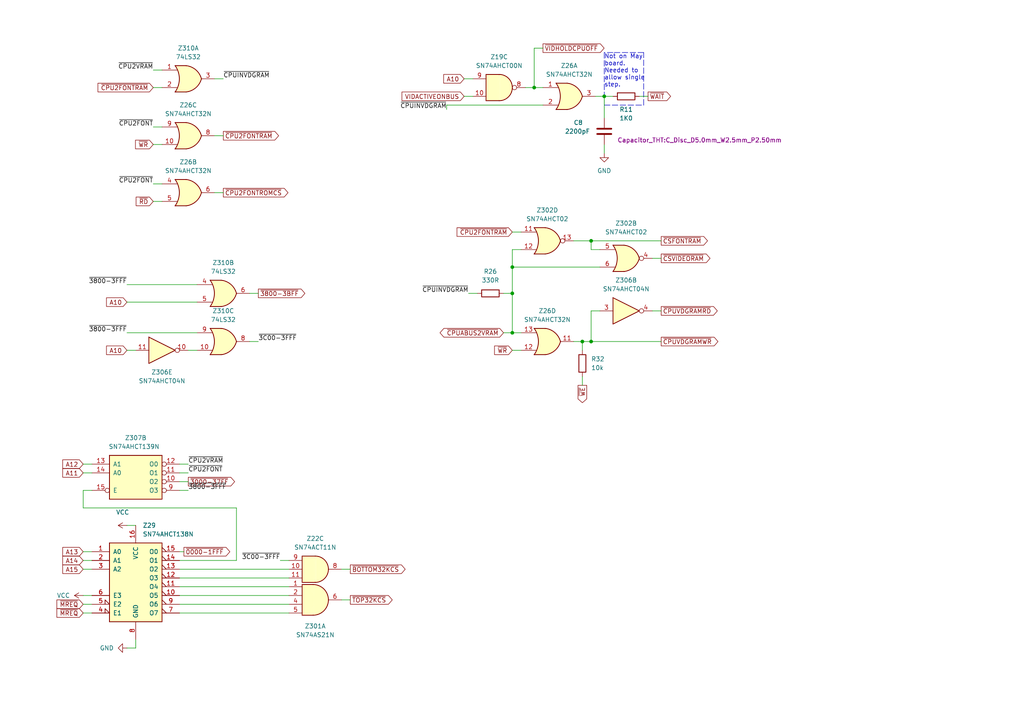
<source format=kicad_sch>
(kicad_sch (version 20211123) (generator eeschema)
  (paper "A4")
  (title_block (title "JupiterAce Z80 plus KIO and new memory format.") (date "2020-05-12") (rev "${REVNUM}") (company "Ontobus") (comment 1 "John Bradley") (comment 2 "https://creativecommons.org/licenses/by-nc-sa/4.0/") (comment 3 "Attribution-NonCommercial-ShareAlike 4.0 International License.") (comment 4 "This work is licensed under a Creative Commons "))
  (lib_symbols
    (symbol "74xx-FIX:74LS21" (pin_names (offset 1.016))
      (property "Reference" "U" (at 0 1.27 0))
      (property "Value" "74LS21" (at 0 -1.27 0))
      (symbol "74LS21_1_0"
        (pin no_connect line (at 2.54 -2.54 180) (length 2.54) hide (name "") (number "11"))
        (pin no_connect line (at 2.54 -1.27 180) (length 2.54) hide (name "") (number "3"))
      )
      (symbol "74LS21_1_1"
        (pin input line (at -7.62 3.81 0) (length 3.81) (name "~") (number "1"))
        (pin input line (at -7.62 1.27 0) (length 3.81) (name "~") (number "2"))
        (pin input line (at -7.62 -1.27 0) (length 3.81) (name "~") (number "4"))
        (pin input line (at -7.62 -3.81 0) (length 3.81) (name "~") (number "5"))
        (pin output line (at 7.62 0 180) (length 3.81) (name "~") (number "6"))
      )
      (symbol "74LS21_1_2"
        (pin input inverted (at -7.62 3.81 0) (length 3.81) (name "~") (number "1"))
        (pin input inverted (at -7.62 1.27 0) (length 4.826) (name "~") (number "2"))
        (pin input inverted (at -7.62 -1.27 0) (length 4.826) (name "~") (number "4"))
        (pin input inverted (at -7.62 -3.81 0) (length 3.81) (name "~") (number "5"))
        (pin output inverted (at 7.62 0 180) (length 3.81) (name "~") (number "6"))
      )
      (symbol "74LS21_2_1"
        (pin input line (at -7.62 1.27 0) (length 3.81) (name "~") (number "10"))
        (pin input line (at -7.62 -1.27 0) (length 3.81) (name "~") (number "12"))
        (pin input line (at -7.62 -3.81 0) (length 3.81) (name "~") (number "13"))
        (pin output line (at 7.62 0 180) (length 3.81) (name "~") (number "8"))
        (pin input line (at -7.62 3.81 0) (length 3.81) (name "~") (number "9"))
      )
      (symbol "74LS21_2_2"
        (pin input inverted (at -7.62 1.27 0) (length 4.826) (name "~") (number "10"))
        (pin input inverted (at -7.62 -1.27 0) (length 4.826) (name "~") (number "12"))
        (pin input inverted (at -7.62 -3.81 0) (length 3.81) (name "~") (number "13"))
        (pin output inverted (at 7.62 0 180) (length 3.81) (name "~") (number "8"))
        (pin input inverted (at -7.62 3.81 0) (length 3.81) (name "~") (number "9"))
      )
      (symbol "74LS21_3_0"
        (pin power_in line (at 0 12.7 270) (length 5.08) (name "VCC") (number "14"))
        (pin power_in line (at 0 -12.7 90) (length 5.08) (name "GND") (number "7"))
      )
    )
    (symbol "74xx:74LS00" (pin_names (offset 1.016))
      (property "Reference" "U" (at 0 1.27 0))
      (property "Value" "74LS00" (at 0 -1.27 0))
      (symbol "74LS00_1_1"
        (pin input line (at -7.62 2.54 0) (length 3.81) (name "~") (number "1"))
        (pin input line (at -7.62 -2.54 0) (length 3.81) (name "~") (number "2"))
        (pin output inverted (at 7.62 0 180) (length 3.81) (name "~") (number "3"))
      )
      (symbol "74LS00_1_2"
        (pin input inverted (at -7.62 2.54 0) (length 4.318) (name "~") (number "1"))
        (pin input inverted (at -7.62 -2.54 0) (length 4.318) (name "~") (number "2"))
        (pin output line (at 7.62 0 180) (length 3.81) (name "~") (number "3"))
      )
      (symbol "74LS00_2_1"
        (pin input line (at -7.62 2.54 0) (length 3.81) (name "~") (number "4"))
        (pin input line (at -7.62 -2.54 0) (length 3.81) (name "~") (number "5"))
        (pin output inverted (at 7.62 0 180) (length 3.81) (name "~") (number "6"))
      )
      (symbol "74LS00_2_2"
        (pin input inverted (at -7.62 2.54 0) (length 4.318) (name "~") (number "4"))
        (pin input inverted (at -7.62 -2.54 0) (length 4.318) (name "~") (number "5"))
        (pin output line (at 7.62 0 180) (length 3.81) (name "~") (number "6"))
      )
      (symbol "74LS00_3_1"
        (pin input line (at -7.62 -2.54 0) (length 3.81) (name "~") (number "10"))
        (pin output inverted (at 7.62 0 180) (length 3.81) (name "~") (number "8"))
        (pin input line (at -7.62 2.54 0) (length 3.81) (name "~") (number "9"))
      )
      (symbol "74LS00_3_2"
        (pin input inverted (at -7.62 -2.54 0) (length 4.318) (name "~") (number "10"))
        (pin output line (at 7.62 0 180) (length 3.81) (name "~") (number "8"))
        (pin input inverted (at -7.62 2.54 0) (length 4.318) (name "~") (number "9"))
      )
      (symbol "74LS00_4_1"
        (pin output inverted (at 7.62 0 180) (length 3.81) (name "~") (number "11"))
        (pin input line (at -7.62 2.54 0) (length 3.81) (name "~") (number "12"))
        (pin input line (at -7.62 -2.54 0) (length 3.81) (name "~") (number "13"))
      )
      (symbol "74LS00_4_2"
        (pin output line (at 7.62 0 180) (length 3.81) (name "~") (number "11"))
        (pin input inverted (at -7.62 2.54 0) (length 4.318) (name "~") (number "12"))
        (pin input inverted (at -7.62 -2.54 0) (length 4.318) (name "~") (number "13"))
      )
      (symbol "74LS00_5_0"
        (pin power_in line (at 0 12.7 270) (length 5.08) (name "VCC") (number "14"))
        (pin power_in line (at 0 -12.7 90) (length 5.08) (name "GND") (number "7"))
      )
    )
    (symbol "74xx:74LS02" (pin_names (offset 1.016))
      (property "Reference" "U" (at 0 1.27 0))
      (property "Value" "74LS02" (at 0 -1.27 0))
      (symbol "74LS02_1_1"
        (pin output inverted (at 7.62 0 180) (length 3.81) (name "~") (number "1"))
        (pin input line (at -7.62 2.54 0) (length 4.318) (name "~") (number "2"))
        (pin input line (at -7.62 -2.54 0) (length 4.318) (name "~") (number "3"))
      )
      (symbol "74LS02_1_2"
        (pin output line (at 7.62 0 180) (length 3.81) (name "~") (number "1"))
        (pin input inverted (at -7.62 2.54 0) (length 3.81) (name "~") (number "2"))
        (pin input inverted (at -7.62 -2.54 0) (length 3.81) (name "~") (number "3"))
      )
      (symbol "74LS02_2_1"
        (pin output inverted (at 7.62 0 180) (length 3.81) (name "~") (number "4"))
        (pin input line (at -7.62 2.54 0) (length 4.318) (name "~") (number "5"))
        (pin input line (at -7.62 -2.54 0) (length 4.318) (name "~") (number "6"))
      )
      (symbol "74LS02_2_2"
        (pin output line (at 7.62 0 180) (length 3.81) (name "~") (number "4"))
        (pin input inverted (at -7.62 2.54 0) (length 3.81) (name "~") (number "5"))
        (pin input inverted (at -7.62 -2.54 0) (length 3.81) (name "~") (number "6"))
      )
      (symbol "74LS02_3_1"
        (pin output inverted (at 7.62 0 180) (length 3.81) (name "~") (number "10"))
        (pin input line (at -7.62 2.54 0) (length 4.318) (name "~") (number "8"))
        (pin input line (at -7.62 -2.54 0) (length 4.318) (name "~") (number "9"))
      )
      (symbol "74LS02_3_2"
        (pin output line (at 7.62 0 180) (length 3.81) (name "~") (number "10"))
        (pin input inverted (at -7.62 2.54 0) (length 3.81) (name "~") (number "8"))
        (pin input inverted (at -7.62 -2.54 0) (length 3.81) (name "~") (number "9"))
      )
      (symbol "74LS02_4_1"
        (pin input line (at -7.62 2.54 0) (length 4.318) (name "~") (number "11"))
        (pin input line (at -7.62 -2.54 0) (length 4.318) (name "~") (number "12"))
        (pin output inverted (at 7.62 0 180) (length 3.81) (name "~") (number "13"))
      )
      (symbol "74LS02_4_2"
        (pin input inverted (at -7.62 2.54 0) (length 3.81) (name "~") (number "11"))
        (pin input inverted (at -7.62 -2.54 0) (length 3.81) (name "~") (number "12"))
        (pin output line (at 7.62 0 180) (length 3.81) (name "~") (number "13"))
      )
      (symbol "74LS02_5_0"
        (pin power_in line (at 0 12.7 270) (length 5.08) (name "VCC") (number "14"))
        (pin power_in line (at 0 -12.7 90) (length 5.08) (name "GND") (number "7"))
      )
    )
    (symbol "74xx:74LS04"
      (property "Reference" "U" (at 0 1.27 0))
      (property "Value" "74LS04" (at 0 -1.27 0))
      (symbol "74LS04_1_0"
        (pin input line (at -7.62 0 0) (length 3.81) (name "~") (number "1"))
        (pin output inverted (at 7.62 0 180) (length 3.81) (name "~") (number "2"))
      )
      (symbol "74LS04_2_0"
        (pin input line (at -7.62 0 0) (length 3.81) (name "~") (number "3"))
        (pin output inverted (at 7.62 0 180) (length 3.81) (name "~") (number "4"))
      )
      (symbol "74LS04_3_0"
        (pin input line (at -7.62 0 0) (length 3.81) (name "~") (number "5"))
        (pin output inverted (at 7.62 0 180) (length 3.81) (name "~") (number "6"))
      )
      (symbol "74LS04_4_0"
        (pin output inverted (at 7.62 0 180) (length 3.81) (name "~") (number "8"))
        (pin input line (at -7.62 0 0) (length 3.81) (name "~") (number "9"))
      )
      (symbol "74LS04_5_0"
        (pin output inverted (at 7.62 0 180) (length 3.81) (name "~") (number "10"))
        (pin input line (at -7.62 0 0) (length 3.81) (name "~") (number "11"))
      )
      (symbol "74LS04_6_0"
        (pin output inverted (at 7.62 0 180) (length 3.81) (name "~") (number "12"))
        (pin input line (at -7.62 0 0) (length 3.81) (name "~") (number "13"))
      )
      (symbol "74LS04_7_0"
        (pin power_in line (at 0 12.7 270) (length 5.08) (name "VCC") (number "14"))
        (pin power_in line (at 0 -12.7 90) (length 5.08) (name "GND") (number "7"))
      )
    )
    (symbol "74xx:74LS11" (pin_names (offset 1.016))
      (property "Reference" "U" (at 0 1.27 0))
      (property "Value" "74LS11" (at 0 -1.27 0))
      (symbol "74LS11_1_1"
        (pin input line (at -7.62 2.54 0) (length 3.81) (name "~") (number "1"))
        (pin output line (at 7.62 0 180) (length 3.81) (name "~") (number "12"))
        (pin input line (at -7.62 -2.54 0) (length 3.81) (name "~") (number "13"))
        (pin input line (at -7.62 0 0) (length 3.81) (name "~") (number "2"))
      )
      (symbol "74LS11_1_2"
        (pin input inverted (at -7.62 2.54 0) (length 4.318) (name "~") (number "1"))
        (pin output inverted (at 7.62 0 180) (length 3.81) (name "~") (number "12"))
        (pin input inverted (at -7.62 -2.54 0) (length 4.318) (name "~") (number "13"))
        (pin input inverted (at -7.62 0 0) (length 4.953) (name "~") (number "2"))
      )
      (symbol "74LS11_2_1"
        (pin input line (at -7.62 2.54 0) (length 3.81) (name "~") (number "3"))
        (pin input line (at -7.62 0 0) (length 3.81) (name "~") (number "4"))
        (pin input line (at -7.62 -2.54 0) (length 3.81) (name "~") (number "5"))
        (pin output line (at 7.62 0 180) (length 3.81) (name "~") (number "6"))
      )
      (symbol "74LS11_2_2"
        (pin input inverted (at -7.62 2.54 0) (length 4.318) (name "~") (number "3"))
        (pin input inverted (at -7.62 0 0) (length 4.953) (name "~") (number "4"))
        (pin input inverted (at -7.62 -2.54 0) (length 4.318) (name "~") (number "5"))
        (pin output inverted (at 7.62 0 180) (length 3.81) (name "~") (number "6"))
      )
      (symbol "74LS11_3_1"
        (pin input line (at -7.62 0 0) (length 3.81) (name "~") (number "10"))
        (pin input line (at -7.62 -2.54 0) (length 3.81) (name "~") (number "11"))
        (pin output line (at 7.62 0 180) (length 3.81) (name "~") (number "8"))
        (pin input line (at -7.62 2.54 0) (length 3.81) (name "~") (number "9"))
      )
      (symbol "74LS11_3_2"
        (pin input inverted (at -7.62 0 0) (length 4.953) (name "~") (number "10"))
        (pin input inverted (at -7.62 -2.54 0) (length 4.318) (name "~") (number "11"))
        (pin output inverted (at 7.62 0 180) (length 3.81) (name "~") (number "8"))
        (pin input inverted (at -7.62 2.54 0) (length 4.318) (name "~") (number "9"))
      )
      (symbol "74LS11_4_0"
        (pin power_in line (at 0 12.7 270) (length 5.08) (name "VCC") (number "14"))
        (pin power_in line (at 0 -12.7 90) (length 5.08) (name "GND") (number "7"))
      )
    )
    (symbol "74xx:74LS138" (pin_names (offset 1.016))
      (property "Reference" "U" (at -7.62 11.43 0))
      (property "Value" "74LS138" (at -7.62 -13.97 0))
      (symbol "74LS138_1_0"
        (pin input line (at -12.7 7.62 0) (length 5.08) (name "A0") (number "1"))
        (pin output output_low (at 12.7 -5.08 180) (length 5.08) (name "O5") (number "10"))
        (pin output output_low (at 12.7 -2.54 180) (length 5.08) (name "O4") (number "11"))
        (pin output output_low (at 12.7 0 180) (length 5.08) (name "O3") (number "12"))
        (pin output output_low (at 12.7 2.54 180) (length 5.08) (name "O2") (number "13"))
        (pin output output_low (at 12.7 5.08 180) (length 5.08) (name "O1") (number "14"))
        (pin output output_low (at 12.7 7.62 180) (length 5.08) (name "O0") (number "15"))
        (pin power_in line (at 0 15.24 270) (length 5.08) (name "VCC") (number "16"))
        (pin input line (at -12.7 5.08 0) (length 5.08) (name "A1") (number "2"))
        (pin input line (at -12.7 2.54 0) (length 5.08) (name "A2") (number "3"))
        (pin input input_low (at -12.7 -10.16 0) (length 5.08) (name "E1") (number "4"))
        (pin input input_low (at -12.7 -7.62 0) (length 5.08) (name "E2") (number "5"))
        (pin input line (at -12.7 -5.08 0) (length 5.08) (name "E3") (number "6"))
        (pin output output_low (at 12.7 -10.16 180) (length 5.08) (name "O7") (number "7"))
        (pin power_in line (at 0 -17.78 90) (length 5.08) (name "GND") (number "8"))
        (pin output output_low (at 12.7 -7.62 180) (length 5.08) (name "O6") (number "9"))
      )
    )
    (symbol "74xx:74LS139" (pin_names (offset 1.016))
      (property "Reference" "U" (at -7.62 8.89 0))
      (property "Value" "74LS139" (at -7.62 -8.89 0))
      (symbol "74LS139_1_0"
        (pin input inverted (at -12.7 -5.08 0) (length 5.08) (name "E") (number "1"))
        (pin input line (at -12.7 0 0) (length 5.08) (name "A0") (number "2"))
        (pin input line (at -12.7 2.54 0) (length 5.08) (name "A1") (number "3"))
        (pin output inverted (at 12.7 2.54 180) (length 5.08) (name "O0") (number "4"))
        (pin output inverted (at 12.7 0 180) (length 5.08) (name "O1") (number "5"))
        (pin output inverted (at 12.7 -2.54 180) (length 5.08) (name "O2") (number "6"))
        (pin output inverted (at 12.7 -5.08 180) (length 5.08) (name "O3") (number "7"))
      )
      (symbol "74LS139_2_0"
        (pin output inverted (at 12.7 -2.54 180) (length 5.08) (name "O2") (number "10"))
        (pin output inverted (at 12.7 0 180) (length 5.08) (name "O1") (number "11"))
        (pin output inverted (at 12.7 2.54 180) (length 5.08) (name "O0") (number "12"))
        (pin input line (at -12.7 2.54 0) (length 5.08) (name "A1") (number "13"))
        (pin input line (at -12.7 0 0) (length 5.08) (name "A0") (number "14"))
        (pin input inverted (at -12.7 -5.08 0) (length 5.08) (name "E") (number "15"))
        (pin output inverted (at 12.7 -5.08 180) (length 5.08) (name "O3") (number "9"))
      )
      (symbol "74LS139_3_0"
        (pin power_in line (at 0 12.7 270) (length 5.08) (name "VCC") (number "16"))
        (pin power_in line (at 0 -12.7 90) (length 5.08) (name "GND") (number "8"))
      )
    )
    (symbol "74xx:74LS32" (pin_names (offset 1.016))
      (property "Reference" "U" (at 0 1.27 0))
      (property "Value" "74LS32" (at 0 -1.27 0))
      (symbol "74LS32_1_1"
        (pin input line (at -7.62 2.54 0) (length 4.318) (name "~") (number "1"))
        (pin input line (at -7.62 -2.54 0) (length 4.318) (name "~") (number "2"))
        (pin output line (at 7.62 0 180) (length 3.81) (name "~") (number "3"))
      )
      (symbol "74LS32_1_2"
        (pin input inverted (at -7.62 2.54 0) (length 3.81) (name "~") (number "1"))
        (pin input inverted (at -7.62 -2.54 0) (length 3.81) (name "~") (number "2"))
        (pin output inverted (at 7.62 0 180) (length 3.81) (name "~") (number "3"))
      )
      (symbol "74LS32_2_1"
        (pin input line (at -7.62 2.54 0) (length 4.318) (name "~") (number "4"))
        (pin input line (at -7.62 -2.54 0) (length 4.318) (name "~") (number "5"))
        (pin output line (at 7.62 0 180) (length 3.81) (name "~") (number "6"))
      )
      (symbol "74LS32_2_2"
        (pin input inverted (at -7.62 2.54 0) (length 3.81) (name "~") (number "4"))
        (pin input inverted (at -7.62 -2.54 0) (length 3.81) (name "~") (number "5"))
        (pin output inverted (at 7.62 0 180) (length 3.81) (name "~") (number "6"))
      )
      (symbol "74LS32_3_1"
        (pin input line (at -7.62 -2.54 0) (length 4.318) (name "~") (number "10"))
        (pin output line (at 7.62 0 180) (length 3.81) (name "~") (number "8"))
        (pin input line (at -7.62 2.54 0) (length 4.318) (name "~") (number "9"))
      )
      (symbol "74LS32_3_2"
        (pin input inverted (at -7.62 -2.54 0) (length 3.81) (name "~") (number "10"))
        (pin output inverted (at 7.62 0 180) (length 3.81) (name "~") (number "8"))
        (pin input inverted (at -7.62 2.54 0) (length 3.81) (name "~") (number "9"))
      )
      (symbol "74LS32_4_1"
        (pin output line (at 7.62 0 180) (length 3.81) (name "~") (number "11"))
        (pin input line (at -7.62 2.54 0) (length 4.318) (name "~") (number "12"))
        (pin input line (at -7.62 -2.54 0) (length 4.318) (name "~") (number "13"))
      )
      (symbol "74LS32_4_2"
        (pin output inverted (at 7.62 0 180) (length 3.81) (name "~") (number "11"))
        (pin input inverted (at -7.62 2.54 0) (length 3.81) (name "~") (number "12"))
        (pin input inverted (at -7.62 -2.54 0) (length 3.81) (name "~") (number "13"))
      )
      (symbol "74LS32_5_0"
        (pin power_in line (at 0 12.7 270) (length 5.08) (name "VCC") (number "14"))
        (pin power_in line (at 0 -12.7 90) (length 5.08) (name "GND") (number "7"))
      )
    )
    (symbol "Device:C" (pin_numbers hide) (pin_names (offset 0.254))
      (property "Reference" "C" (at 0.635 2.54 0))
      (property "Value" "C" (at 0.635 -2.54 0))
      (symbol "C_1_1"
        (pin passive line (at 0 3.81 270) (length 2.794) (name "~") (number "1"))
        (pin passive line (at 0 -3.81 90) (length 2.794) (name "~") (number "2"))
      )
    )
    (symbol "Device:R" (pin_numbers hide) (pin_names (offset 0))
      (property "Reference" "R" (at 2.032 0 90))
      (property "Value" "R" (at 0 0 90))
      (symbol "R_1_1"
        (pin passive line (at 0 3.81 270) (length 1.27) (name "~") (number "1"))
        (pin passive line (at 0 -3.81 90) (length 1.27) (name "~") (number "2"))
      )
    )
    (symbol "power:GND" (power) (pin_names (offset 0))
      (property "Value" "GND" (at 0 -3.81 0))
      (symbol "GND_1_1"
        (pin power_in line (at 0 0 270) (length 0) hide (name "GND") (number "1"))
      )
    )
    (symbol "power:VCC" (power) (pin_names (offset 0))
      (property "Value" "VCC" (at 0 3.81 0))
      (symbol "VCC_1_1"
        (pin power_in line (at 0 0 90) (length 0) hide (name "VCC") (number "1"))
      )
    )
  )
  (junction (at 148.59 96.52))
  (junction (at 168.91 99.06))
  (junction (at 154.94 25.4))
  (junction (at 148.59 77.47))
  (junction (at 148.59 85.09))
  (junction (at 171.45 69.85))
  (junction (at 175.26 27.94))
  (junction (at 171.45 99.06))
  (wire (pts (xy 148.59 77.47) (xy 148.59 85.09)))
  (polyline (pts (xy 186.69 15.24) (xy 177.8 15.24)))
  (wire (pts (xy 146.05 85.09) (xy 148.59 85.09)))
  (wire (pts (xy 52.07 139.7) (xy 54.61 139.7)))
  (wire (pts (xy 24.13 142.24) (xy 26.67 142.24)))
  (wire (pts (xy 62.23 39.37) (xy 64.77 39.37)))
  (wire (pts (xy 24.13 175.26) (xy 26.67 175.26)))
  (wire (pts (xy 36.83 87.63) (xy 57.15 87.63)))
  (polyline (pts (xy 186.69 30.48) (xy 186.69 15.24)))
  (wire (pts (xy 175.26 27.94) (xy 177.8 27.94)))
  (wire (pts (xy 46.99 20.32) (xy 44.45 20.32)))
  (wire (pts (xy 189.23 74.93) (xy 191.77 74.93)))
  (wire (pts (xy 168.91 99.06) (xy 168.91 101.6)))
  (wire (pts (xy 52.07 175.26) (xy 83.82 175.26)))
  (wire (pts (xy 62.23 55.88) (xy 64.77 55.88)))
  (wire (pts (xy 52.07 167.64) (xy 83.82 167.64)))
  (wire (pts (xy 171.45 72.39) (xy 173.99 72.39)))
  (wire (pts (xy 52.07 165.1) (xy 83.82 165.1)))
  (wire (pts (xy 52.07 137.16) (xy 54.61 137.16)))
  (wire (pts (xy 148.59 96.52) (xy 151.13 96.52)))
  (wire (pts (xy 148.59 77.47) (xy 173.99 77.47)))
  (wire (pts (xy 129.54 30.48) (xy 157.48 30.48)))
  (wire (pts (xy 137.16 27.94) (xy 134.62 27.94)))
  (wire (pts (xy 36.83 96.52) (xy 57.15 96.52)))
  (wire (pts (xy 135.89 85.09) (xy 138.43 85.09)))
  (wire (pts (xy 171.45 69.85) (xy 191.77 69.85)))
  (wire (pts (xy 171.45 99.06) (xy 191.77 99.06)))
  (wire (pts (xy 168.91 109.22) (xy 168.91 111.76)))
  (wire (pts (xy 168.91 99.06) (xy 171.45 99.06)))
  (wire (pts (xy 99.06 165.1) (xy 101.6 165.1)))
  (wire (pts (xy 171.45 90.17) (xy 173.99 90.17)))
  (wire (pts (xy 154.94 13.97) (xy 157.48 13.97)))
  (wire (pts (xy 152.4 25.4) (xy 154.94 25.4)))
  (wire (pts (xy 39.37 101.6) (xy 36.83 101.6)))
  (wire (pts (xy 52.07 134.62) (xy 54.61 134.62)))
  (wire (pts (xy 171.45 99.06) (xy 171.45 90.17)))
  (wire (pts (xy 39.37 187.96) (xy 36.83 187.96)))
  (wire (pts (xy 26.67 137.16) (xy 24.13 137.16)))
  (wire (pts (xy 52.07 142.24) (xy 54.61 142.24)))
  (wire (pts (xy 52.07 177.8) (xy 83.82 177.8)))
  (wire (pts (xy 26.67 134.62) (xy 24.13 134.62)))
  (wire (pts (xy 36.83 82.55) (xy 57.15 82.55)))
  (polyline (pts (xy 175.26 15.24) (xy 175.26 30.48)))
  (wire (pts (xy 166.37 69.85) (xy 171.45 69.85)))
  (wire (pts (xy 148.59 72.39) (xy 148.59 77.47)))
  (wire (pts (xy 46.99 58.42) (xy 44.45 58.42)))
  (wire (pts (xy 171.45 69.85) (xy 171.45 72.39)))
  (wire (pts (xy 36.83 152.4) (xy 39.37 152.4)))
  (wire (pts (xy 166.37 99.06) (xy 168.91 99.06)))
  (wire (pts (xy 137.16 22.86) (xy 134.62 22.86)))
  (wire (pts (xy 24.13 165.1) (xy 26.67 165.1)))
  (wire (pts (xy 185.42 27.94) (xy 187.96 27.94)))
  (wire (pts (xy 64.77 22.86) (xy 62.23 22.86)))
  (polyline (pts (xy 177.8 15.24) (xy 175.26 15.24)))
  (wire (pts (xy 148.59 96.52) (xy 146.05 96.52)))
  (wire (pts (xy 175.26 34.29) (xy 175.26 27.94)))
  (wire (pts (xy 129.54 30.48) (xy 129.54 31.75)))
  (wire (pts (xy 72.39 99.06) (xy 74.93 99.06)))
  (wire (pts (xy 148.59 72.39) (xy 151.13 72.39)))
  (wire (pts (xy 39.37 185.42) (xy 39.37 187.96)))
  (wire (pts (xy 151.13 101.6) (xy 148.59 101.6)))
  (wire (pts (xy 172.72 27.94) (xy 175.26 27.94)))
  (wire (pts (xy 72.39 85.09) (xy 74.93 85.09)))
  (wire (pts (xy 52.07 162.56) (xy 68.58 162.56)))
  (wire (pts (xy 46.99 36.83) (xy 44.45 36.83)))
  (wire (pts (xy 46.99 41.91) (xy 44.45 41.91)))
  (polyline (pts (xy 175.26 30.48) (xy 186.69 30.48)))
  (wire (pts (xy 148.59 67.31) (xy 151.13 67.31)))
  (wire (pts (xy 24.13 177.8) (xy 26.67 177.8)))
  (wire (pts (xy 24.13 160.02) (xy 26.67 160.02)))
  (wire (pts (xy 154.94 13.97) (xy 154.94 25.4)))
  (wire (pts (xy 68.58 147.32) (xy 68.58 162.56)))
  (wire (pts (xy 189.23 90.17) (xy 191.77 90.17)))
  (wire (pts (xy 54.61 101.6) (xy 57.15 101.6)))
  (wire (pts (xy 175.26 44.45) (xy 175.26 41.91)))
  (wire (pts (xy 52.07 160.02) (xy 53.34 160.02)))
  (wire (pts (xy 68.58 147.32) (xy 24.13 147.32)))
  (wire (pts (xy 99.06 173.99) (xy 101.6 173.99)))
  (wire (pts (xy 24.13 172.72) (xy 26.67 172.72)))
  (wire (pts (xy 81.28 162.56) (xy 83.82 162.56)))
  (wire (pts (xy 154.94 25.4) (xy 157.48 25.4)))
  (wire (pts (xy 52.07 172.72) (xy 83.82 172.72)))
  (wire (pts (xy 24.13 142.24) (xy 24.13 147.32)))
  (wire (pts (xy 44.45 25.4) (xy 46.99 25.4)))
  (wire (pts (xy 24.13 162.56) (xy 26.67 162.56)))
  (wire (pts (xy 148.59 85.09) (xy 148.59 96.52)))
  (wire (pts (xy 52.07 170.18) (xy 83.82 170.18)))
  (wire (pts (xy 46.99 53.34) (xy 44.45 53.34)))
  (text "Not on May\nboard.\nNeeded to \nallow single \nstep." (at 175.26 25.4 0) (effects (font (size 1.27 1.27)) (justify left bottom)))
  (label "~{CPUINVDGRAM}" (at 64.77 22.86 0))
  (label "~{CPU2FONT}" (at 44.45 53.34 0))
  (label "~{CPU2VRAM}" (at 44.45 20.32 0))
  (label "~{3C00-3FFF}" (at 74.93 99.06 0))
  (label "~{3C00-3FFF}" (at 81.28 162.56 0))
  (label "~{3800-3FFF}" (at 54.61 142.24 0))
  (label "~{CPUINVDGRAM}" (at 135.89 85.09 0))
  (label "~{CPU2FONT}" (at 44.45 36.83 180))
  (label "~{CPU2VRAM}" (at 54.61 134.62 0))
  (label "~{CPUINVDGRAM}" (at 129.54 31.75 0))
  (label "~{CPU2FONT}" (at 54.61 137.16 0))
  (label "~{3800-3FFF}" (at 36.83 96.52 180))
  (label "~{3800-3FFF}" (at 36.83 82.55 180))
  (global_label "~{CPU2FONTRAM}" (shape input) (at 44.45 25.4 180) (property "Intersheet References" "${INTERSHEET_REFS}" (at 28.5187 25.3206 0) (effects (justify right))))
  (global_label "~{MREQ}" (shape input) (at 24.13 177.8 180) (property "Intersheet References" "${INTERSHEET_REFS}" (at 16.6048 177.7206 0) (effects (justify right))))
  (global_label "A10" (shape input) (at 36.83 101.6 180) (property "Intersheet References" "${INTERSHEET_REFS}" (at 30.9982 101.5206 0) (effects (justify right))))
  (global_label "A12" (shape input) (at 24.13 134.62 180) (property "Intersheet References" "${INTERSHEET_REFS}" (at 18.2982 134.5406 0) (effects (justify right))))
  (global_label "~{WR}" (shape input) (at 148.59 101.6 180) (property "Intersheet References" "${INTERSHEET_REFS}" (at 143.5444 101.5206 0) (effects (justify right))))
  (global_label "~{MREQ}" (shape input) (at 24.13 175.26 180) (property "Intersheet References" "${INTERSHEET_REFS}" (at 16.6048 175.1806 0) (effects (justify right))))
  (global_label "A10" (shape input) (at 36.83 87.63 180) (property "Intersheet References" "${INTERSHEET_REFS}" (at 30.9982 87.5506 0) (effects (justify right))))
  (global_label "~{3800-3BFF}" (shape output) (at 74.93 85.09 0) (property "Intersheet References" "${INTERSHEET_REFS}" (at 88.3213 85.0106 0) (effects (justify left))))
  (global_label "~{CPU2FONTRAM}" (shape input) (at 148.59 67.31 180) (property "Intersheet References" "${INTERSHEET_REFS}" (at 132.6587 67.2306 0) (effects (justify right))))
  (global_label "~{WAIT}" (shape output) (at 187.96 27.94 0) (property "Intersheet References" "${INTERSHEET_REFS}" (at 194.3966 27.8606 0) (effects (justify left))))
  (global_label "~{CPUVDGRAMWR}" (shape output) (at 191.77 99.06 0) (property "Intersheet References" "${INTERSHEET_REFS}" (at 208.1247 98.9806 0) (effects (justify left))))
  (global_label "~{RD}" (shape input) (at 44.45 58.42 180) (property "Intersheet References" "${INTERSHEET_REFS}" (at 39.5858 58.3406 0) (effects (justify right))))
  (global_label "~{CSFONTRAM}" (shape output) (at 191.77 69.85 0) (property "Intersheet References" "${INTERSHEET_REFS}" (at 205.1009 69.7706 0) (effects (justify left))))
  (global_label "~{3000-37FF}" (shape output) (at 54.61 139.7 0) (property "Intersheet References" "${INTERSHEET_REFS}" (at 67.9409 139.6206 0) (effects (justify left))))
  (global_label "A11" (shape input) (at 24.13 137.16 180) (property "Intersheet References" "${INTERSHEET_REFS}" (at 18.2982 137.0806 0) (effects (justify right))))
  (global_label "~{BOTTOM32KCS}" (shape output) (at 101.6 165.1 0) (property "Intersheet References" "${INTERSHEET_REFS}" (at 117.4104 165.0206 0) (effects (justify left))))
  (global_label "~{CPUABUS2VRAM}" (shape bidirectional) (at 146.05 96.52 180) (property "Intersheet References" "${INTERSHEET_REFS}" (at 128.8487 96.4406 0) (effects (justify right))))
  (global_label "VIDACTIVEONBUS" (shape input) (at 134.62 27.94 180) (property "Intersheet References" "${INTERSHEET_REFS}" (at 116.6929 27.8606 0) (effects (justify right))))
  (global_label "~{CPUVDGRAMRD}" (shape output) (at 191.77 90.17 0) (property "Intersheet References" "${INTERSHEET_REFS}" (at 207.9432 90.0906 0) (effects (justify left))))
  (global_label "~{TOP32KCS}" (shape output) (at 101.6 173.99 0) (property "Intersheet References" "${INTERSHEET_REFS}" (at 113.6609 173.9106 0) (effects (justify left))))
  (global_label "A13" (shape input) (at 24.13 160.02 180) (property "Intersheet References" "${INTERSHEET_REFS}" (at 18.2982 159.9406 0) (effects (justify right))))
  (global_label "~{CPU2FONTROMCS}" (shape output) (at 64.77 55.88 0) (property "Intersheet References" "${INTERSHEET_REFS}" (at 83.4228 55.8006 0) (effects (justify left))))
  (global_label "A15" (shape input) (at 24.13 165.1 180) (property "Intersheet References" "${INTERSHEET_REFS}" (at 18.2982 165.0206 0) (effects (justify right))))
  (global_label "~{VIDHOLDCPUOFF}" (shape output) (at 157.48 13.97 0) (property "Intersheet References" "${INTERSHEET_REFS}" (at 175.1047 13.8906 0) (effects (justify left))))
  (global_label "~{CPU2FONTRAM}" (shape output) (at 64.77 39.37 0) (property "Intersheet References" "${INTERSHEET_REFS}" (at 80.7013 39.2906 0) (effects (justify left))))
  (global_label "A10" (shape input) (at 134.62 22.86 180) (property "Intersheet References" "${INTERSHEET_REFS}" (at 128.7882 22.7806 0) (effects (justify right))))
  (global_label "~{WR}" (shape input) (at 44.45 41.91 180) (property "Intersheet References" "${INTERSHEET_REFS}" (at 39.4044 41.8306 0) (effects (justify right))))
  (global_label "~{0000-1FFF}" (shape output) (at 53.34 160.02 0) (property "Intersheet References" "${INTERSHEET_REFS}" (at 66.5499 159.9406 0) (effects (justify left))))
  (global_label "~{CSVIDEORAM}" (shape output) (at 191.77 74.93 0) (property "Intersheet References" "${INTERSHEET_REFS}" (at 205.8266 74.8506 0) (effects (justify left))))
  (global_label "A14" (shape input) (at 24.13 162.56 180) (property "Intersheet References" "${INTERSHEET_REFS}" (at 18.2982 162.4806 0) (effects (justify right))))
  (global_label "~{WE}" (shape output) (at 168.91 111.76 270) (property "Intersheet References" "${INTERSHEET_REFS}" (at 168.8306 116.6847 90) (effects (justify right))))
  (symbol (lib_id "power:GND") (at 175.26 44.45 0) (unit 1)
    (property "Reference" "#~SUPPLY08" (effects hide))
    (property "Value" "GND" (at 175.26 49.53 0))
  )
  (symbol (lib_id "Device:R") (at 168.91 105.41 180) (unit 1)
    (property "Reference" "R32" (at 171.45 104.1399 0) (effects (justify right)))
    (property "Value" "10k" (at 171.45 106.6799 0) (effects (justify right)))
    (property "Footprint" "Resistor_THT:R_Axial_DIN0204_L3.6mm_D1.6mm_P1.90mm_Vertical" (effects hide))
    (property "Manufacturer_Name" "Vishay" (effects hide))
    (property "Manufacturer_Part_Number" "MBA02040C1002FRP00 " (effects hide))
  )
  (symbol (lib_id "74xx:74LS139") (at 39.37 137.16 0) (unit 2)
    (property "Reference" "Z307" (at 39.37 127 0))
    (property "Value" "SN74AHCT139N " (at 39.37 129.54 0))
    (property "Footprint" "Package_DIP:DIP-16_W7.62mm" (effects hide))
    (property "Datasheet" "http://www.ti.com/lit/ds/symlink/sn74ls139a.pdf" (effects hide))
    (property "Manufacturer_Name" "Texas Instruments" (effects hide))
    (property "Manufacturer_Part_Number" "SN74AHCT139N" (effects hide))
  )
  (symbol (lib_id "Device:C") (at 175.26 38.1 180) (unit 1)
    (property "Reference" "C8" (at 166.37 35.56 0) (effects (justify right)))
    (property "Value" "2200pF" (at 163.83 38.1 0) (effects (justify right)))
    (property "Footprint" "Capacitor_THT:C_Disc_D5.0mm_W2.5mm_P2.50mm" (at 179.07 40.6399 0) (effects (justify right)))
    (property "Height" "4" (effects hide))
    (property "Manufacturer_Name" "Vishay" (effects hide))
    (property "Manufacturer_Part_Number" "K222K15X7RH5UL2 " (effects hide))
  )
  (symbol (lib_id "74xx-FIX:74LS21") (at 91.44 173.99 0) (unit 1)
    (property "Reference" "Z301" (at 91.44 181.61 0))
    (property "Value" "SN74AS21N" (at 91.44 184.15 0))
    (property "Footprint" "Package_DIP:DIP-14_W7.62mm" (effects hide))
    (property "Datasheet" "http://www.ti.com/lit/gpn/sn74LS21" (effects hide))
    (property "Manufacturer_Part_Number" "SN74AS21N" (effects hide))
    (property "Manufacturer_Name" "Texas Instruments" (effects hide))
  )
  (symbol (lib_id "power:VCC") (at 36.83 152.4 90) (unit 1)
    (property "Reference" "#~PWR0104" (effects hide))
    (property "Value" "VCC" (at 35.56 148.59 90))
  )
  (symbol (lib_id "74xx:74LS02") (at 158.75 69.85 0) (unit 4)
    (property "Reference" "Z302" (at 158.75 60.96 0))
    (property "Value" "SN74AHCT02" (at 158.75 63.5 0))
    (property "Footprint" "Package_DIP:DIP-14_W7.62mm" (effects hide))
    (property "Datasheet" "http://www.ti.com/lit/gpn/sn74ls02" (effects hide))
    (property "Manufacturer_Part_Number" "SN74AHCT32N" (effects hide))
    (property "Manufacturer_Name" "Texas Instruments" (effects hide))
  )
  (symbol (lib_id "74xx:74LS02") (at 181.61 74.93 0) (unit 2)
    (property "Reference" "Z302" (at 181.61 64.77 0))
    (property "Value" "SN74AHCT02" (at 181.61 67.31 0))
    (property "Footprint" "Package_DIP:DIP-14_W7.62mm" (effects hide))
    (property "Datasheet" "http://www.ti.com/lit/gpn/sn74ls02" (effects hide))
    (property "Manufacturer_Part_Number" "SN74AHCT32N" (effects hide))
    (property "Manufacturer_Name" "Texas Instruments" (effects hide))
  )
  (symbol (lib_id "74xx:74LS11") (at 91.44 165.1 0) (unit 3)
    (property "Reference" "Z22" (at 91.44 156.21 0))
    (property "Value" "SN74ACT11N" (at 91.44 158.75 0))
    (property "Footprint" "Package_DIP:DIP-14_W7.62mm" (effects hide))
    (property "Datasheet" "http://www.ti.com/lit/gpn/sn74LS11" (effects hide))
    (property "Manufacturer_Part_Number" "SN74ACT11N" (effects hide))
    (property "Manufacturer_Name" "Texas Instruments" (effects hide))
  )
  (symbol (lib_id "74xx:74LS32") (at 165.1 27.94 0) (unit 1)
    (property "Reference" "Z26" (at 165.1 19.05 0))
    (property "Value" "SN74AHCT32N" (at 165.1 21.59 0))
    (property "Footprint" "Package_DIP:DIP-14_W7.62mm" (effects hide))
    (property "Datasheet" "http://www.ti.com/lit/gpn/sn74LS32" (effects hide))
    (property "Manufacturer_Part_Number" "SN74AHCT32N" (effects hide))
    (property "Manufacturer_Name" "Texas Instruments" (effects hide))
  )
  (symbol (lib_id "74xx:74LS32") (at 158.75 99.06 0) (mirror x) (unit 4)
    (property "Reference" "Z26" (at 158.75 90.17 0))
    (property "Value" "SN74AHCT32N" (at 158.75 92.71 0))
    (property "Footprint" "Package_DIP:DIP-14_W7.62mm" (effects hide))
    (property "Datasheet" "http://www.ti.com/lit/gpn/sn74LS32" (effects hide))
    (property "Manufacturer_Part_Number" "SN74AHCT32N" (effects hide))
    (property "Manufacturer_Name" "Texas Instruments" (effects hide))
  )
  (symbol (lib_id "74xx:74LS04") (at 181.61 90.17 0) (unit 2)
    (property "Reference" "Z306" (at 181.61 81.28 0))
    (property "Value" "SN74AHCT04N" (at 181.61 83.82 0))
    (property "Footprint" "Package_DIP:DIP-14_W7.62mm" (effects hide))
    (property "Datasheet" "http://www.ti.com/lit/gpn/sn74LS04" (effects hide))
    (property "Manufacturer_Part_Number" "SN74AHCT04N" (effects hide))
    (property "Manufacturer_Name" "Texas Instruments" (effects hide))
  )
  (symbol (lib_id "power:GND") (at 36.83 187.96 270) (unit 1)
    (property "Reference" "#~PWR0115" (effects hide))
    (property "Value" "GND" (at 33.02 187.9599 90) (effects (justify right)))
  )
  (symbol (lib_id "74xx:74LS00") (at 144.78 25.4 0) (unit 3)
    (property "Reference" "Z19" (at 144.78 16.51 0))
    (property "Value" "SN74AHCT00N" (at 144.78 19.05 0))
    (property "Footprint" "Package_DIP:DIP-14_W7.62mm" (effects hide))
    (property "Datasheet" "http://www.ti.com/lit/gpn/sn74ls00" (effects hide))
    (property "Manufacturer_Part_Number" "SN74AHCT00N" (effects hide))
    (property "Manufacturer_Name" "Texas Instruments" (effects hide))
  )
  (symbol (lib_id "power:VCC") (at 24.13 172.72 90) (unit 1)
    (property "Reference" "#~PWR0139" (effects hide))
    (property "Value" "VCC" (at 20.32 172.7199 90) (effects (justify left)))
  )
  (symbol (lib_id "74xx:74LS138") (at 39.37 167.64 0) (unit 1)
    (property "Reference" "Z29" (at 41.3894 152.4 0) (effects (justify left)))
    (property "Value" "SN74AHCT138N" (at 41.3894 154.94 0) (effects (justify left)))
    (property "Footprint" "Package_DIP:DIP-16_W7.62mm" (effects hide))
    (property "Datasheet" "http://www.ti.com/lit/gpn/sn74LS138" (effects hide))
    (property "Manufacturer_Part_Number" "SN74AHCT138N" (effects hide))
    (property "Manufacturer_Name" "Texas Instruments" (effects hide))
  )
  (symbol (lib_id "74xx:74LS32") (at 54.61 22.86 0) (unit 1)
    (property "Reference" "Z310" (at 54.61 13.97 0))
    (property "Value" "74LS32" (at 54.61 16.51 0))
    (property "Footprint" "Package_DIP:DIP-14_W7.62mm" (effects hide))
    (property "Datasheet" "http://www.ti.com/lit/gpn/sn74LS32" (effects hide))
  )
  (symbol (lib_id "Device:R") (at 142.24 85.09 270) (unit 1)
    (property "Reference" "R26" (at 142.24 78.74 90))
    (property "Value" "330R" (at 142.24 81.28 90))
    (property "Footprint" "Resistor_THT:R_Axial_DIN0204_L3.6mm_D1.6mm_P1.90mm_Vertical" (effects hide))
    (property "Manufacturer_Name" "Vishay" (effects hide))
    (property "Manufacturer_Part_Number" "MBA02040C3300FRP00 " (effects hide))
  )
  (symbol (lib_id "74xx:74LS32") (at 64.77 99.06 0) (unit 3)
    (property "Reference" "Z310" (at 64.77 90.17 0))
    (property "Value" "74LS32" (at 64.77 92.71 0))
    (property "Footprint" "Package_DIP:DIP-14_W7.62mm" (effects hide))
    (property "Datasheet" "http://www.ti.com/lit/gpn/sn74LS32" (effects hide))
  )
  (symbol (lib_id "74xx:74LS32") (at 54.61 39.37 0) (unit 3)
    (property "Reference" "Z26" (at 54.61 30.48 0))
    (property "Value" "SN74AHCT32N" (at 54.61 33.02 0))
    (property "Footprint" "Package_DIP:DIP-14_W7.62mm" (effects hide))
    (property "Datasheet" "http://www.ti.com/lit/gpn/sn74LS32" (effects hide))
    (property "Manufacturer_Part_Number" "SN74AHCT32N" (effects hide))
    (property "Manufacturer_Name" "Texas Instruments" (effects hide))
  )
  (symbol (lib_id "Device:R") (at 181.61 27.94 270) (unit 1)
    (property "Reference" "R11" (at 181.61 31.75 90))
    (property "Value" "1K0" (at 181.61 34.29 90))
    (property "Footprint" "Resistor_THT:R_Axial_DIN0204_L3.6mm_D1.6mm_P1.90mm_Vertical" (effects hide))
    (property "Manufacturer_Name" "Vishay" (effects hide))
    (property "Manufacturer_Part_Number" "MBA02040C3300FRP00 " (effects hide))
  )
  (symbol (lib_id "74xx:74LS32") (at 64.77 85.09 0) (unit 2)
    (property "Reference" "Z310" (at 64.77 76.2 0))
    (property "Value" "74LS32" (at 64.77 78.74 0))
    (property "Footprint" "Package_DIP:DIP-14_W7.62mm" (effects hide))
    (property "Datasheet" "http://www.ti.com/lit/gpn/sn74LS32" (effects hide))
  )
  (symbol (lib_id "74xx:74LS04") (at 46.99 101.6 0) (unit 5)
    (property "Reference" "Z306" (at 46.99 107.95 0))
    (property "Value" "SN74AHCT04N" (at 46.99 110.49 0))
    (property "Footprint" "Package_DIP:DIP-14_W7.62mm" (effects hide))
    (property "Datasheet" "http://www.ti.com/lit/gpn/sn74LS04" (effects hide))
    (property "Manufacturer_Part_Number" "SN74AHCT04N" (effects hide))
    (property "Manufacturer_Name" "Texas Instruments" (effects hide))
  )
  (symbol (lib_id "74xx:74LS32") (at 54.61 55.88 0) (unit 2)
    (property "Reference" "Z26" (at 54.61 46.99 0))
    (property "Value" "SN74AHCT32N" (at 54.61 49.53 0))
    (property "Footprint" "Package_DIP:DIP-14_W7.62mm" (effects hide))
    (property "Datasheet" "http://www.ti.com/lit/gpn/sn74LS32" (effects hide))
    (property "Manufacturer_Part_Number" "SN74AHCT32N" (effects hide))
    (property "Manufacturer_Name" "Texas Instruments" (effects hide))
  )
)
</source>
